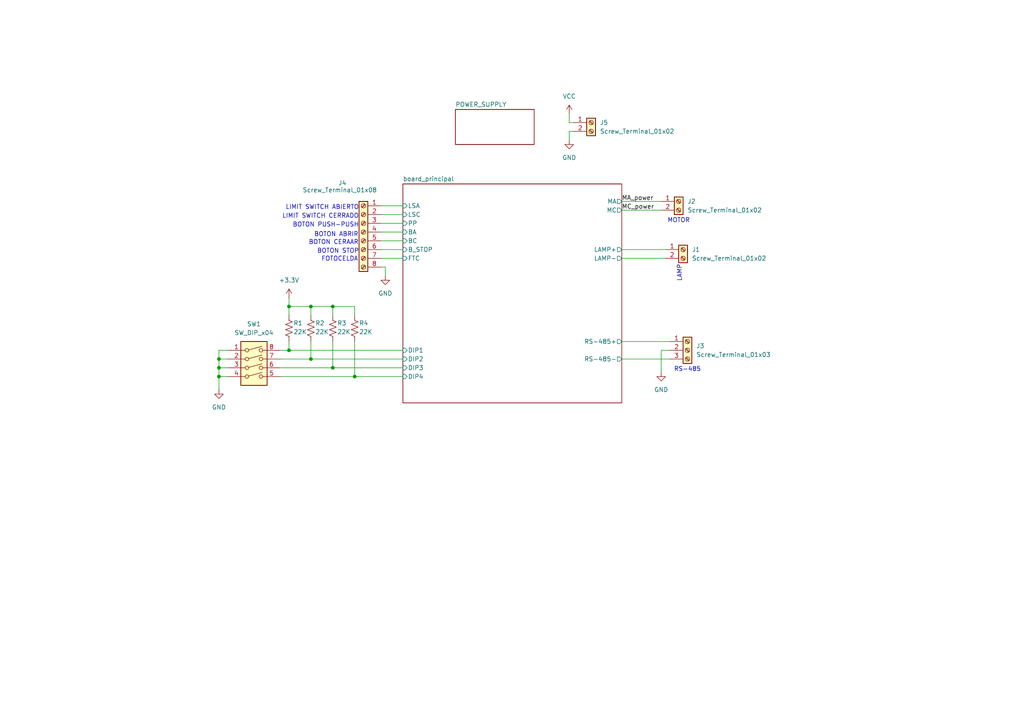
<source format=kicad_sch>
(kicad_sch (version 20250114) (generator "eeschema") (generator_version "9.0")
  (paper "A4")
  (lib_symbols
    (symbol "Connector:Screw_Terminal_01x02" (pin_names (offset 1.016) (hide yes))
      (property "Reference" "J" (at 0 2.54 0))
      (property "Value" "Screw_Terminal_01x02" (at 0 -5.08 0))
      (symbol "Screw_Terminal_01x02_1_1"
        (rectangle (start -1.27 1.27) (end 1.27 -3.81) (stroke (width 0.254)) (fill (type background)))
        (polyline (pts (xy -0.5334 0.3302) (xy 0.3302 -0.508)) (stroke (width 0.1524)))
        (polyline (pts (xy -0.5334 -2.2098) (xy 0.3302 -3.048)) (stroke (width 0.1524)))
        (polyline (pts (xy -0.3556 0.508) (xy 0.508 -0.3302)) (stroke (width 0.1524)))
        (polyline (pts (xy -0.3556 -2.032) (xy 0.508 -2.8702)) (stroke (width 0.1524)))
        (circle (center 0 0) (radius 0.635) (stroke (width 0.1524)))
        (circle (center 0 -2.54) (radius 0.635) (stroke (width 0.1524)))
        (pin passive line (at -5.08 0 0) (length 3.81) (name "Pin_1") (number "1"))
        (pin passive line (at -5.08 -2.54 0) (length 3.81) (name "Pin_2") (number "2"))
      )
    )
    (symbol "Connector:Screw_Terminal_01x03" (pin_names (offset 1.016) (hide yes))
      (property "Reference" "J" (at 0 5.08 0))
      (property "Value" "Screw_Terminal_01x03" (at 0 -5.08 0))
      (symbol "Screw_Terminal_01x03_1_1"
        (rectangle (start -1.27 3.81) (end 1.27 -3.81) (stroke (width 0.254)) (fill (type background)))
        (polyline (pts (xy -0.5334 2.8702) (xy 0.3302 2.032)) (stroke (width 0.1524)))
        (polyline (pts (xy -0.5334 0.3302) (xy 0.3302 -0.508)) (stroke (width 0.1524)))
        (polyline (pts (xy -0.5334 -2.2098) (xy 0.3302 -3.048)) (stroke (width 0.1524)))
        (polyline (pts (xy -0.3556 3.048) (xy 0.508 2.2098)) (stroke (width 0.1524)))
        (polyline (pts (xy -0.3556 0.508) (xy 0.508 -0.3302)) (stroke (width 0.1524)))
        (polyline (pts (xy -0.3556 -2.032) (xy 0.508 -2.8702)) (stroke (width 0.1524)))
        (circle (center 0 2.54) (radius 0.635) (stroke (width 0.1524)))
        (circle (center 0 0) (radius 0.635) (stroke (width 0.1524)))
        (circle (center 0 -2.54) (radius 0.635) (stroke (width 0.1524)))
        (pin passive line (at -5.08 2.54 0) (length 3.81) (name "Pin_1") (number "1"))
        (pin passive line (at -5.08 0 0) (length 3.81) (name "Pin_2") (number "2"))
        (pin passive line (at -5.08 -2.54 0) (length 3.81) (name "Pin_3") (number "3"))
      )
    )
    (symbol "Connector:Screw_Terminal_01x08" (pin_names (offset 1.016) (hide yes))
      (property "Reference" "J" (at 0 10.16 0))
      (property "Value" "Screw_Terminal_01x08" (at 0 -12.7 0))
      (symbol "Screw_Terminal_01x08_1_1"
        (rectangle (start -1.27 8.89) (end 1.27 -11.43) (stroke (width 0.254)) (fill (type background)))
        (polyline (pts (xy -0.5334 7.9502) (xy 0.3302 7.112)) (stroke (width 0.1524)))
        (polyline (pts (xy -0.5334 5.4102) (xy 0.3302 4.572)) (stroke (width 0.1524)))
        (polyline (pts (xy -0.5334 2.8702) (xy 0.3302 2.032)) (stroke (width 0.1524)))
        (polyline (pts (xy -0.5334 0.3302) (xy 0.3302 -0.508)) (stroke (width 0.1524)))
        (polyline (pts (xy -0.5334 -2.2098) (xy 0.3302 -3.048)) (stroke (width 0.1524)))
        (polyline (pts (xy -0.5334 -4.7498) (xy 0.3302 -5.588)) (stroke (width 0.1524)))
        (polyline (pts (xy -0.5334 -7.2898) (xy 0.3302 -8.128)) (stroke (width 0.1524)))
        (polyline (pts (xy -0.5334 -9.8298) (xy 0.3302 -10.668)) (stroke (width 0.1524)))
        (polyline (pts (xy -0.3556 8.128) (xy 0.508 7.2898)) (stroke (width 0.1524)))
        (polyline (pts (xy -0.3556 5.588) (xy 0.508 4.7498)) (stroke (width 0.1524)))
        (polyline (pts (xy -0.3556 3.048) (xy 0.508 2.2098)) (stroke (width 0.1524)))
        (polyline (pts (xy -0.3556 0.508) (xy 0.508 -0.3302)) (stroke (width 0.1524)))
        (polyline (pts (xy -0.3556 -2.032) (xy 0.508 -2.8702)) (stroke (width 0.1524)))
        (polyline (pts (xy -0.3556 -4.572) (xy 0.508 -5.4102)) (stroke (width 0.1524)))
        (polyline (pts (xy -0.3556 -7.112) (xy 0.508 -7.9502)) (stroke (width 0.1524)))
        (polyline (pts (xy -0.3556 -9.652) (xy 0.508 -10.4902)) (stroke (width 0.1524)))
        (circle (center 0 7.62) (radius 0.635) (stroke (width 0.1524)))
        (circle (center 0 5.08) (radius 0.635) (stroke (width 0.1524)))
        (circle (center 0 2.54) (radius 0.635) (stroke (width 0.1524)))
        (circle (center 0 0) (radius 0.635) (stroke (width 0.1524)))
        (circle (center 0 -2.54) (radius 0.635) (stroke (width 0.1524)))
        (circle (center 0 -5.08) (radius 0.635) (stroke (width 0.1524)))
        (circle (center 0 -7.62) (radius 0.635) (stroke (width 0.1524)))
        (circle (center 0 -10.16) (radius 0.635) (stroke (width 0.1524)))
        (pin passive line (at -5.08 7.62 0) (length 3.81) (name "Pin_1") (number "1"))
        (pin passive line (at -5.08 5.08 0) (length 3.81) (name "Pin_2") (number "2"))
        (pin passive line (at -5.08 2.54 0) (length 3.81) (name "Pin_3") (number "3"))
        (pin passive line (at -5.08 0 0) (length 3.81) (name "Pin_4") (number "4"))
        (pin passive line (at -5.08 -2.54 0) (length 3.81) (name "Pin_5") (number "5"))
        (pin passive line (at -5.08 -5.08 0) (length 3.81) (name "Pin_6") (number "6"))
        (pin passive line (at -5.08 -7.62 0) (length 3.81) (name "Pin_7") (number "7"))
        (pin passive line (at -5.08 -10.16 0) (length 3.81) (name "Pin_8") (number "8"))
      )
    )
    (symbol "Device:R_US" (pin_numbers (hide yes)) (pin_names (offset 0))
      (property "Reference" "R" (at 2.54 0 90))
      (property "Value" "R_US" (at -2.54 0 90))
      (symbol "R_US_0_1"
        (polyline (pts (xy 0 2.286) (xy 0 2.54)))
        (polyline (pts (xy 0 2.286) (xy 1.016 1.905) (xy 0 1.524) (xy -1.016 1.143) (xy 0 0.762)))
        (polyline (pts (xy 0 0.762) (xy 1.016 0.381) (xy 0 0) (xy -1.016 -0.381) (xy 0 -0.762)))
        (polyline (pts (xy 0 -0.762) (xy 1.016 -1.143) (xy 0 -1.524) (xy -1.016 -1.905) (xy 0 -2.286)))
        (polyline (pts (xy 0 -2.286) (xy 0 -2.54)))
      )
      (symbol "R_US_1_1"
        (pin passive line (at 0 3.81 270) (length 1.27) (name "~") (number "1"))
        (pin passive line (at 0 -3.81 90) (length 1.27) (name "~") (number "2"))
      )
    )
    (symbol "Switch:SW_DIP_x04" (pin_names (offset 0) (hide yes))
      (property "Reference" "SW" (at 0 8.89 0))
      (property "Value" "SW_DIP_x04" (at 0 -6.35 0))
      (symbol "SW_DIP_x04_0_0"
        (circle (center -2.032 5.08) (radius 0.508))
        (circle (center -2.032 2.54) (radius 0.508))
        (circle (center -2.032 0) (radius 0.508))
        (circle (center -2.032 -2.54) (radius 0.508))
        (polyline (pts (xy -1.524 5.207) (xy 2.3622 6.2484)))
        (polyline (pts (xy -1.524 2.667) (xy 2.3622 3.7084)))
        (polyline (pts (xy -1.524 0.127) (xy 2.3622 1.1684)))
        (polyline (pts (xy -1.524 -2.3876) (xy 2.3622 -1.3462)))
        (circle (center 2.032 5.08) (radius 0.508))
        (circle (center 2.032 2.54) (radius 0.508))
        (circle (center 2.032 0) (radius 0.508))
        (circle (center 2.032 -2.54) (radius 0.508))
      )
      (symbol "SW_DIP_x04_0_1"
        (rectangle (start -3.81 7.62) (end 3.81 -5.08) (stroke (width 0.254)) (fill (type background)))
      )
      (symbol "SW_DIP_x04_1_1"
        (pin passive line (at -7.62 5.08 0) (length 5.08) (name "~") (number "1"))
        (pin passive line (at -7.62 2.54 0) (length 5.08) (name "~") (number "2"))
        (pin passive line (at -7.62 0 0) (length 5.08) (name "~") (number "3"))
        (pin passive line (at -7.62 -2.54 0) (length 5.08) (name "~") (number "4"))
        (pin passive line (at 7.62 5.08 180) (length 5.08) (name "~") (number "8"))
        (pin passive line (at 7.62 2.54 180) (length 5.08) (name "~") (number "7"))
        (pin passive line (at 7.62 0 180) (length 5.08) (name "~") (number "6"))
        (pin passive line (at 7.62 -2.54 180) (length 5.08) (name "~") (number "5"))
      )
    )
    (symbol "power:+3.3V" (power) (pin_numbers (hide yes)) (pin_names (offset 0) (hide yes))
      (property "Value" "+3.3V" (at 0 3.556 0))
      (symbol "+3.3V_0_1"
        (polyline (pts (xy -0.762 1.27) (xy 0 2.54)))
        (polyline (pts (xy 0 2.54) (xy 0.762 1.27)))
        (polyline (pts (xy 0 0) (xy 0 2.54)))
      )
      (symbol "+3.3V_1_1"
        (pin power_in line (at 0 0 90) (length 0) (name "~") (number "1"))
      )
    )
    (symbol "power:GND" (power) (pin_numbers (hide yes)) (pin_names (offset 0) (hide yes))
      (property "Value" "GND" (at 0 -3.81 0))
      (symbol "GND_0_1"
        (polyline (pts (xy 0 0) (xy 0 -1.27) (xy 1.27 -1.27) (xy 0 -2.54) (xy -1.27 -1.27) (xy 0 -1.27)))
      )
      (symbol "GND_1_1"
        (pin power_in line (at 0 0 270) (length 0) (name "~") (number "1"))
      )
    )
    (symbol "power:VCC" (power) (pin_numbers (hide yes)) (pin_names (offset 0) (hide yes))
      (property "Value" "VCC" (at 0 3.556 0))
      (symbol "VCC_0_1"
        (polyline (pts (xy -0.762 1.27) (xy 0 2.54)))
        (polyline (pts (xy 0 2.54) (xy 0.762 1.27)))
        (polyline (pts (xy 0 0) (xy 0 2.54)))
      )
      (symbol "VCC_1_1"
        (pin power_in line (at 0 0 90) (length 0) (name "~") (number "1"))
      )
    )
  )
  (text "BOTON PUSH-PUSH" (at 94.488 65.278 0) (effects (font (size 1.27 1.27))))
  (text "BOTON CERAAR\n" (at 96.774 70.358 0) (effects (font (size 1.27 1.27))))
  (text "RS-485" (at 199.39 107.188 0) (effects (font (size 1.27 1.27))))
  (text "FOTOCELDA" (at 98.552 75.184 0) (effects (font (size 1.27 1.27))))
  (text "BOTON ABRIR" (at 97.536 68.072 0) (effects (font (size 1.27 1.27))))
  (text "LIMIT SWITCH ABIERTO\n" (at 93.472 60.198 0) (effects (font (size 1.27 1.27))))
  (text "BOTON STOP\n" (at 98.044 72.898 0) (effects (font (size 1.27 1.27))))
  (text "MOTOR\n" (at 196.85 64.008 0) (effects (font (size 1.27 1.27))))
  (text "LIMIT SWITCH CERRADO\n" (at 92.964 62.738 0) (effects (font (size 1.27 1.27))))
  (text "LAMP\n\n" (at 198.12 79.248 90) (effects (font (size 1.27 1.27))))
  (junction (at 83.82 101.6))
  (junction (at 96.52 106.68))
  (junction (at 63.5 109.22))
  (junction (at 102.87 109.22))
  (junction (at 90.17 104.14))
  (junction (at 63.5 106.68))
  (junction (at 63.5 104.14))
  (junction (at 83.82 88.9))
  (junction (at 96.52 88.9))
  (junction (at 90.17 88.9))
  (wire (pts (xy 180.34 99.06) (xy 194.31 99.06)))
  (wire (pts (xy 110.49 67.31) (xy 116.84 67.31)))
  (wire (pts (xy 110.49 62.23) (xy 116.84 62.23)))
  (wire (pts (xy 180.34 72.39) (xy 193.04 72.39)))
  (wire (pts (xy 102.87 88.9) (xy 102.87 91.44)))
  (wire (pts (xy 66.04 101.6) (xy 63.5 101.6)))
  (wire (pts (xy 90.17 88.9) (xy 96.52 88.9)))
  (wire (pts (xy 83.82 99.06) (xy 83.82 101.6)))
  (wire (pts (xy 90.17 88.9) (xy 90.17 91.44)))
  (wire (pts (xy 110.49 64.77) (xy 116.84 64.77)))
  (wire (pts (xy 81.28 109.22) (xy 102.87 109.22)))
  (wire (pts (xy 110.49 69.85) (xy 116.84 69.85)))
  (wire (pts (xy 90.17 99.06) (xy 90.17 104.14)))
  (wire (pts (xy 83.82 91.44) (xy 83.82 88.9)))
  (wire (pts (xy 180.34 104.14) (xy 194.31 104.14)))
  (wire (pts (xy 96.52 88.9) (xy 96.52 91.44)))
  (wire (pts (xy 102.87 99.06) (xy 102.87 109.22)))
  (wire (pts (xy 102.87 109.22) (xy 116.84 109.22)))
  (wire (pts (xy 165.1 38.1) (xy 166.37 38.1)))
  (wire (pts (xy 96.52 106.68) (xy 116.84 106.68)))
  (wire (pts (xy 63.5 106.68) (xy 63.5 109.22)))
  (wire (pts (xy 81.28 101.6) (xy 83.82 101.6)))
  (wire (pts (xy 90.17 104.14) (xy 116.84 104.14)))
  (wire (pts (xy 191.77 101.6) (xy 194.31 101.6)))
  (wire (pts (xy 165.1 33.02) (xy 165.1 35.56)))
  (wire (pts (xy 110.49 72.39) (xy 116.84 72.39)))
  (wire (pts (xy 63.5 109.22) (xy 63.5 113.03)))
  (wire (pts (xy 63.5 104.14) (xy 63.5 106.68)))
  (wire (pts (xy 111.76 77.47) (xy 111.76 80.01)))
  (wire (pts (xy 165.1 35.56) (xy 166.37 35.56)))
  (wire (pts (xy 110.49 77.47) (xy 111.76 77.47)))
  (wire (pts (xy 180.34 74.93) (xy 193.04 74.93)))
  (wire (pts (xy 110.49 74.93) (xy 116.84 74.93)))
  (wire (pts (xy 180.34 60.96) (xy 191.77 60.96)))
  (wire (pts (xy 165.1 40.64) (xy 165.1 38.1)))
  (wire (pts (xy 63.5 106.68) (xy 66.04 106.68)))
  (wire (pts (xy 81.28 104.14) (xy 90.17 104.14)))
  (wire (pts (xy 96.52 99.06) (xy 96.52 106.68)))
  (wire (pts (xy 63.5 104.14) (xy 66.04 104.14)))
  (wire (pts (xy 110.49 59.69) (xy 116.84 59.69)))
  (wire (pts (xy 63.5 101.6) (xy 63.5 104.14)))
  (wire (pts (xy 83.82 88.9) (xy 90.17 88.9)))
  (wire (pts (xy 63.5 109.22) (xy 66.04 109.22)))
  (wire (pts (xy 83.82 101.6) (xy 116.84 101.6)))
  (wire (pts (xy 83.82 86.36) (xy 83.82 88.9)))
  (wire (pts (xy 180.34 58.42) (xy 191.77 58.42)))
  (wire (pts (xy 81.28 106.68) (xy 96.52 106.68)))
  (wire (pts (xy 191.77 107.95) (xy 191.77 101.6)))
  (wire (pts (xy 96.52 88.9) (xy 102.87 88.9)))
  (label "MC_power" (at 180.34 60.96 0))
  (label "MA_power" (at 180.34 58.42 0))
  (symbol (lib_id "Connector:Screw_Terminal_01x02") (at 198.12 72.39 0) (unit 1)
    (property "Reference" "J1" (at 200.66 72.3899 0) (effects (justify left)))
    (property "Value" "Screw_Terminal_01x02" (at 200.66 74.9299 0) (effects (justify left)))
    (property "Footprint" "TerminalBlock_Phoenix:TerminalBlock_Phoenix_PT-1,5-2-5.0-H_1x02_P5.00mm_Horizontal" (effects (hide yes)))
    (property "Description" "Generic screw terminal, single row, 01x02, script generated (kicad-library-utils/schlib/autogen/connector/)" (effects (hide yes)))
  )
  (symbol (lib_id "Device:R_US") (at 102.87 95.25 0) (unit 1)
    (property "Reference" "R4" (at 104.14 93.726 0) (effects (justify left)))
    (property "Value" "22K" (at 104.14 96.266 0) (effects (justify left)))
    (property "Description" "Resistor, US symbol" (effects (hide yes)))
  )
  (symbol (lib_id "Device:R_US") (at 96.52 95.25 0) (unit 1)
    (property "Reference" "R3" (at 97.79 93.726 0) (effects (justify left)))
    (property "Value" "22K" (at 97.79 96.266 0) (effects (justify left)))
    (property "Description" "Resistor, US symbol" (effects (hide yes)))
  )
  (symbol (lib_id "power:VCC") (at 165.1 33.02 0) (unit 1)
    (property "Reference" "#PWR02" (effects (hide yes)))
    (property "Value" "VCC" (at 165.1 27.94 0))
    (property "Description" "Power symbol creates a global label with name \"VCC\"" (effects (hide yes)))
  )
  (symbol (lib_id "Device:R_US") (at 83.82 95.25 0) (unit 1)
    (property "Reference" "R1" (at 85.09 93.726 0) (effects (justify left)))
    (property "Value" "22K" (at 85.09 96.266 0) (effects (justify left)))
    (property "Description" "Resistor, US symbol" (effects (hide yes)))
  )
  (symbol (lib_id "power:GND") (at 111.76 80.01 0) (unit 1)
    (property "Reference" "#PWR039" (effects (hide yes)))
    (property "Value" "GND" (at 111.76 85.09 0))
    (property "Description" "Power symbol creates a global label with name \"GND\" , ground" (effects (hide yes)))
  )
  (symbol (lib_id "Connector:Screw_Terminal_01x02") (at 171.45 35.56 0) (unit 1)
    (property "Reference" "J5" (at 173.99 35.5599 0) (effects (justify left)))
    (property "Value" "Screw_Terminal_01x02" (at 173.99 38.0999 0) (effects (justify left)))
    (property "Footprint" "TerminalBlock_Phoenix:TerminalBlock_Phoenix_PT-1,5-2-5.0-H_1x02_P5.00mm_Horizontal" (effects (hide yes)))
    (property "Description" "Generic screw terminal, single row, 01x02, script generated (kicad-library-utils/schlib/autogen/connector/)" (effects (hide yes)))
  )
  (symbol (lib_id "power:+3.3V") (at 83.82 86.36 0) (unit 1)
    (property "Reference" "#PWR08" (effects (hide yes)))
    (property "Value" "+3.3V" (at 83.82 81.28 0))
    (property "Description" "Power symbol creates a global label with name \"+3.3V\"" (effects (hide yes)))
  )
  (symbol (lib_id "power:GND") (at 63.5 113.03 0) (unit 1)
    (property "Reference" "#PWR04" (effects (hide yes)))
    (property "Value" "GND" (at 63.5 118.11 0))
    (property "Description" "Power symbol creates a global label with name \"GND\" , ground" (effects (hide yes)))
  )
  (symbol (lib_id "Connector:Screw_Terminal_01x02") (at 196.85 58.42 0) (unit 1)
    (property "Reference" "J2" (at 199.39 58.4199 0) (effects (justify left)))
    (property "Value" "Screw_Terminal_01x02" (at 199.39 60.9599 0) (effects (justify left)))
    (property "Footprint" "TerminalBlock_Phoenix:TerminalBlock_Phoenix_PT-1,5-2-5.0-H_1x02_P5.00mm_Horizontal" (effects (hide yes)))
    (property "Description" "Generic screw terminal, single row, 01x02, script generated (kicad-library-utils/schlib/autogen/connector/)" (effects (hide yes)))
  )
  (symbol (lib_id "power:GND") (at 165.1 40.64 0) (unit 1)
    (property "Reference" "#PWR01" (effects (hide yes)))
    (property "Value" "GND" (at 165.1 45.72 0))
    (property "Description" "Power symbol creates a global label with name \"GND\" , ground" (effects (hide yes)))
  )
  (symbol (lib_id "power:GND") (at 191.77 107.95 0) (unit 1)
    (property "Reference" "#PWR03" (effects (hide yes)))
    (property "Value" "GND" (at 191.77 113.03 0))
    (property "Description" "Power symbol creates a global label with name \"GND\" , ground" (effects (hide yes)))
  )
  (symbol (lib_id "Device:R_US") (at 90.17 95.25 0) (unit 1)
    (property "Reference" "R2" (at 91.44 93.726 0) (effects (justify left)))
    (property "Value" "22K" (at 91.44 96.266 0) (effects (justify left)))
    (property "Description" "Resistor, US symbol" (effects (hide yes)))
  )
  (symbol (lib_id "Switch:SW_DIP_x04") (at 73.66 106.68 0) (unit 1)
    (property "Reference" "SW1" (at 73.66 93.98 0))
    (property "Value" "SW_DIP_x04" (at 73.66 96.52 0))
    (property "Description" "4x DIP Switch, Single Pole Single Throw (SPST) switch, small symbol" (effects (hide yes)))
  )
  (symbol (lib_id "Connector:Screw_Terminal_01x03") (at 199.39 101.6 0) (unit 1)
    (property "Reference" "J3" (at 201.93 100.3299 0) (effects (justify left)))
    (property "Value" "Screw_Terminal_01x03" (at 201.93 102.8699 0) (effects (justify left)))
    (property "Footprint" "TerminalBlock_Phoenix:TerminalBlock_Phoenix_MKDS-1,5-3_1x03_P5.00mm_Horizontal" (effects (hide yes)))
    (property "Description" "Generic screw terminal, single row, 01x03, script generated (kicad-library-utils/schlib/autogen/connector/)" (effects (hide yes)))
  )
  (symbol (lib_id "Connector:Screw_Terminal_01x08") (at 105.41 67.31 0) (mirror y) (unit 1)
    (property "Reference" "J4" (at 99.314 53.086 0))
    (property "Value" "Screw_Terminal_01x08" (at 98.552 55.118 0))
    (property "Footprint" "TerminalBlock_Phoenix:TerminalBlock_Phoenix_MKDS-1,5-8_1x08_P5.00mm_Horizontal" (effects (hide yes)))
    (property "Description" "Generic screw terminal, single row, 01x08, script generated (kicad-library-utils/schlib/autogen/connector/)" (effects (hide yes)))
  )
  (sheet (at 132.08 31.75) (size 22.86 10.16) (stroke (width 0.1524))
    (property "Sheetname" "POWER_SUPPLY" (at 132.08 31.0384 0) (effects (justify left bottom)))
    (property "Sheetfile" "POWER_SUPPLY.kicad_sch" (effects (hide yes)))
  )
  (sheet (at 116.84 53.34) (size 63.5 63.5) (stroke (width 0.1524))
    (property "Sheetname" "board_principal" (at 116.84 52.6284 0) (effects (justify left bottom)))
    (property "Sheetfile" "board_principal.kicad_sch" (effects (hide yes)))
    (pin "DIP1" input (at 116.84 101.6 180))
    (pin "DIP2" input (at 116.84 104.14 180))
    (pin "LSA" input (at 116.84 59.69 180))
    (pin "LSC" input (at 116.84 62.23 180))
    (pin "MA" output (at 180.34 58.42 0))
    (pin "MC" output (at 180.34 60.96 0))
    (pin "PP" input (at 116.84 64.77 180))
    (pin "BA" input (at 116.84 67.31 180))
    (pin "BC" input (at 116.84 69.85 180))
    (pin "DIP3" input (at 116.84 106.68 180))
    (pin "DIP4" input (at 116.84 109.22 180))
    (pin "LAMP+" output (at 180.34 72.39 0))
    (pin "LAMP-" output (at 180.34 74.93 0))
    (pin "RS-485+" output (at 180.34 99.06 0))
    (pin "RS-485-" output (at 180.34 104.14 0))
    (pin "B_STOP" input (at 116.84 72.39 180))
    (pin "FTC" input (at 116.84 74.93 180))
  )
)
</source>
